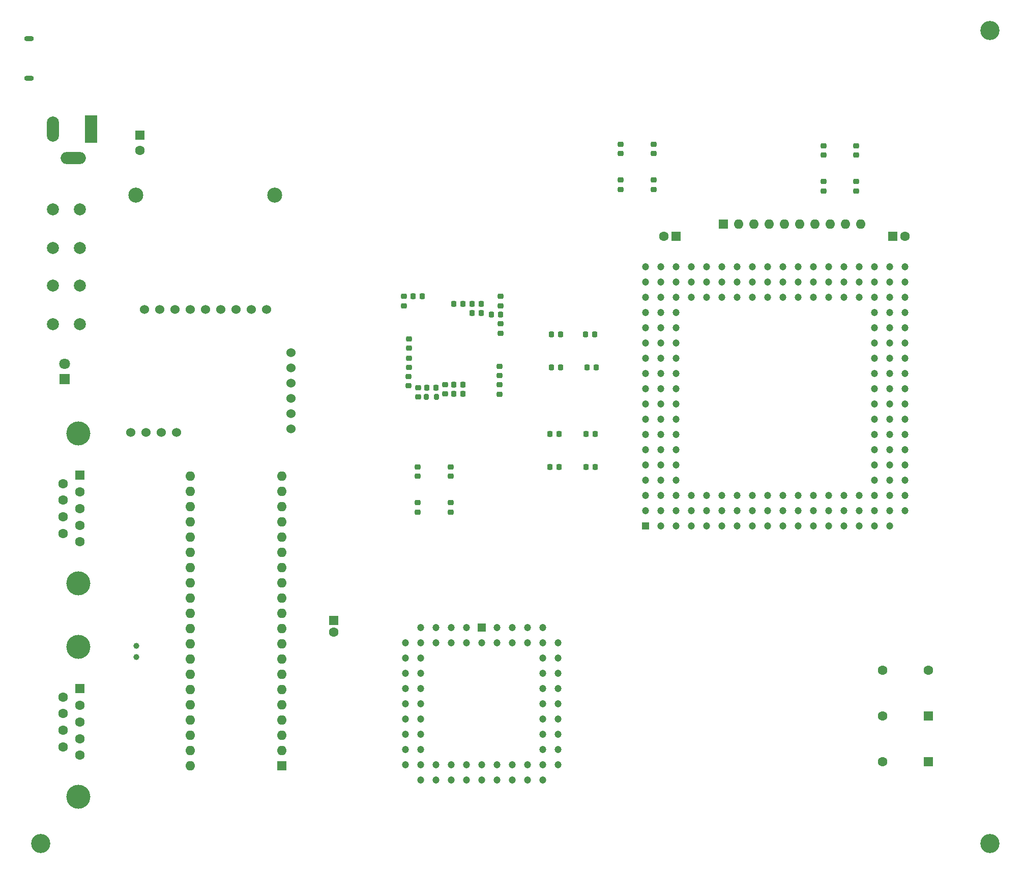
<source format=gbs>
G04 #@! TF.GenerationSoftware,KiCad,Pcbnew,7.0.10*
G04 #@! TF.CreationDate,2024-03-15T17:14:54-07:00*
G04 #@! TF.ProjectId,testboard,74657374-626f-4617-9264-2e6b69636164,rev?*
G04 #@! TF.SameCoordinates,Original*
G04 #@! TF.FileFunction,Soldermask,Bot*
G04 #@! TF.FilePolarity,Negative*
%FSLAX46Y46*%
G04 Gerber Fmt 4.6, Leading zero omitted, Abs format (unit mm)*
G04 Created by KiCad (PCBNEW 7.0.10) date 2024-03-15 17:14:54*
%MOMM*%
%LPD*%
G01*
G04 APERTURE LIST*
G04 Aperture macros list*
%AMRoundRect*
0 Rectangle with rounded corners*
0 $1 Rounding radius*
0 $2 $3 $4 $5 $6 $7 $8 $9 X,Y pos of 4 corners*
0 Add a 4 corners polygon primitive as box body*
4,1,4,$2,$3,$4,$5,$6,$7,$8,$9,$2,$3,0*
0 Add four circle primitives for the rounded corners*
1,1,$1+$1,$2,$3*
1,1,$1+$1,$4,$5*
1,1,$1+$1,$6,$7*
1,1,$1+$1,$8,$9*
0 Add four rect primitives between the rounded corners*
20,1,$1+$1,$2,$3,$4,$5,0*
20,1,$1+$1,$4,$5,$6,$7,0*
20,1,$1+$1,$6,$7,$8,$9,0*
20,1,$1+$1,$8,$9,$2,$3,0*%
G04 Aperture macros list end*
%ADD10C,3.200000*%
%ADD11O,1.600000X0.900000*%
%ADD12R,1.200000X1.200000*%
%ADD13C,1.200000*%
%ADD14R,1.600000X1.600000*%
%ADD15C,1.600000*%
%ADD16R,2.000000X4.600000*%
%ADD17O,2.000000X4.200000*%
%ADD18O,4.200000X2.000000*%
%ADD19R,1.422400X1.422400*%
%ADD20C,1.000000*%
%ADD21O,1.600000X1.600000*%
%ADD22C,4.000000*%
%ADD23C,2.000000*%
%ADD24R,1.800000X1.800000*%
%ADD25C,1.800000*%
%ADD26C,2.500000*%
%ADD27C,1.524000*%
%ADD28RoundRect,0.225000X0.250000X-0.225000X0.250000X0.225000X-0.250000X0.225000X-0.250000X-0.225000X0*%
%ADD29RoundRect,0.225000X-0.250000X0.225000X-0.250000X-0.225000X0.250000X-0.225000X0.250000X0.225000X0*%
%ADD30RoundRect,0.225000X0.225000X0.250000X-0.225000X0.250000X-0.225000X-0.250000X0.225000X-0.250000X0*%
%ADD31RoundRect,0.225000X-0.225000X-0.250000X0.225000X-0.250000X0.225000X0.250000X-0.225000X0.250000X0*%
%ADD32RoundRect,0.200000X0.200000X0.275000X-0.200000X0.275000X-0.200000X-0.275000X0.200000X-0.275000X0*%
G04 APERTURE END LIST*
D10*
X186500000Y-21000000D03*
X186500000Y-156500000D03*
X28500000Y-156500000D03*
D11*
X26575000Y-22350000D03*
X26575000Y-28950000D03*
D12*
X129157500Y-103583000D03*
D13*
X129157500Y-101043000D03*
X129157500Y-98503000D03*
X129157500Y-95963000D03*
X129157500Y-93423000D03*
X129157500Y-90883000D03*
X129157500Y-88343000D03*
X129157500Y-85803000D03*
X129157500Y-83263000D03*
X129157500Y-80723000D03*
X129157500Y-78183000D03*
X129157500Y-75643000D03*
X129157500Y-73103000D03*
X129157500Y-70563000D03*
X129157500Y-68023000D03*
X129157500Y-65483000D03*
X129157500Y-62943000D03*
X129157500Y-60403000D03*
X131697500Y-103583000D03*
X131697500Y-101043000D03*
X131697500Y-98503000D03*
X131697500Y-95963000D03*
X131697500Y-93423000D03*
X131697500Y-90883000D03*
X131697500Y-88343000D03*
X131697500Y-85803000D03*
X131697500Y-83263000D03*
X131697500Y-80723000D03*
X131697500Y-78183000D03*
X131697500Y-75643000D03*
X131697500Y-73103000D03*
X131697500Y-70563000D03*
X131697500Y-68023000D03*
X131697500Y-65483000D03*
X131697500Y-62943000D03*
X131697500Y-60403000D03*
X134237500Y-103583000D03*
X134237500Y-101043000D03*
X134237500Y-98503000D03*
X134237500Y-95963000D03*
X134237500Y-93423000D03*
X134237500Y-90883000D03*
X134237500Y-88343000D03*
X134237500Y-85803000D03*
X134237500Y-83263000D03*
X134237500Y-80723000D03*
X134237500Y-78183000D03*
X134237500Y-75643000D03*
X134237500Y-73103000D03*
X134237500Y-70563000D03*
X134237500Y-68023000D03*
X134237500Y-65483000D03*
X134237500Y-62943000D03*
X134237500Y-60403000D03*
X136777500Y-103583000D03*
X136777500Y-101043000D03*
X136777500Y-98503000D03*
X136777500Y-65483000D03*
X136777500Y-62943000D03*
X136777500Y-60403000D03*
X139317500Y-103583000D03*
X139317500Y-101043000D03*
X139317500Y-98503000D03*
X139317500Y-65483000D03*
X139317500Y-62943000D03*
X139317500Y-60403000D03*
X141857500Y-103583000D03*
X141857500Y-101043000D03*
X141857500Y-98503000D03*
X141857500Y-65483000D03*
X141857500Y-62943000D03*
X141857500Y-60403000D03*
X144397500Y-103583000D03*
X144397500Y-101043000D03*
X144397500Y-98503000D03*
X144397500Y-65483000D03*
X144397500Y-62943000D03*
X144397500Y-60403000D03*
X146937500Y-103583000D03*
X146937500Y-101043000D03*
X146937500Y-98503000D03*
X146937500Y-65483000D03*
X146937500Y-62943000D03*
X146937500Y-60403000D03*
X149477500Y-103583000D03*
X149477500Y-101043000D03*
X149477500Y-98503000D03*
X149477500Y-65483000D03*
X149477500Y-62943000D03*
X149477500Y-60403000D03*
X152017500Y-103583000D03*
X152017500Y-101043000D03*
X152017500Y-98503000D03*
X152017500Y-65483000D03*
X152017500Y-62943000D03*
X152017500Y-60403000D03*
X154557500Y-103583000D03*
X154557500Y-101043000D03*
X154557500Y-98503000D03*
X154557500Y-65483000D03*
X154557500Y-62943000D03*
X154557500Y-60403000D03*
X157097500Y-103583000D03*
X157097500Y-101043000D03*
X157097500Y-98503000D03*
X157097500Y-65483000D03*
X157097500Y-62943000D03*
X157097500Y-60403000D03*
X159637500Y-103583000D03*
X159637500Y-101043000D03*
X159637500Y-98503000D03*
X159637500Y-65483000D03*
X159637500Y-62943000D03*
X159637500Y-60403000D03*
X162177500Y-103583000D03*
X162177500Y-101043000D03*
X162177500Y-98503000D03*
X162177500Y-65483000D03*
X162177500Y-62943000D03*
X162177500Y-60403000D03*
X164717500Y-103583000D03*
X164717500Y-101043000D03*
X164717500Y-98503000D03*
X164717500Y-65483000D03*
X164717500Y-62943000D03*
X164717500Y-60403000D03*
X167257500Y-103583000D03*
X167257500Y-101043000D03*
X167257500Y-98503000D03*
X167257500Y-95963000D03*
X167257500Y-93423000D03*
X167257500Y-90883000D03*
X167257500Y-88343000D03*
X167257500Y-85803000D03*
X167257500Y-83263000D03*
X167257500Y-80723000D03*
X167257500Y-78183000D03*
X167257500Y-75643000D03*
X167257500Y-73103000D03*
X167257500Y-70563000D03*
X167257500Y-68023000D03*
X167257500Y-65483000D03*
X167257500Y-62943000D03*
X167257500Y-60403000D03*
X169797500Y-103583000D03*
X169797500Y-101043000D03*
X169797500Y-98503000D03*
X169797500Y-95963000D03*
X169797500Y-93423000D03*
X169797500Y-90883000D03*
X169797500Y-88343000D03*
X169797500Y-85803000D03*
X169797500Y-83263000D03*
X169797500Y-80723000D03*
X169797500Y-78183000D03*
X169797500Y-75643000D03*
X169797500Y-73103000D03*
X169797500Y-70563000D03*
X169797500Y-68023000D03*
X169797500Y-65483000D03*
X169797500Y-62943000D03*
X169797500Y-60403000D03*
X172337500Y-101043000D03*
X172337500Y-98503000D03*
X172337500Y-95963000D03*
X172337500Y-93423000D03*
X172337500Y-90883000D03*
X172337500Y-88343000D03*
X172337500Y-85803000D03*
X172337500Y-83263000D03*
X172337500Y-80723000D03*
X172337500Y-78183000D03*
X172337500Y-75643000D03*
X172337500Y-73103000D03*
X172337500Y-70563000D03*
X172337500Y-68023000D03*
X172337500Y-65483000D03*
X172337500Y-62943000D03*
X172337500Y-60403000D03*
D14*
X77250000Y-119294900D03*
D15*
X77250000Y-121294900D03*
D16*
X36830000Y-37450000D03*
D17*
X30530000Y-37450000D03*
D18*
X33930000Y-42250000D03*
D19*
X101900000Y-120480000D03*
D13*
X101900000Y-123020000D03*
X99360000Y-120480000D03*
X99360000Y-123020000D03*
X96820000Y-120480000D03*
X96820000Y-123020000D03*
X94280000Y-120480000D03*
X94280000Y-123020000D03*
X91740000Y-120480000D03*
X89200000Y-123020000D03*
X91740000Y-123020000D03*
X89200000Y-125560000D03*
X91740000Y-125560000D03*
X89200000Y-128100000D03*
X91740000Y-128100000D03*
X89200000Y-130640000D03*
X91740000Y-130640000D03*
X89200000Y-133180000D03*
X91740000Y-133180000D03*
X89200000Y-135720000D03*
X91740000Y-135720000D03*
X89200000Y-138260000D03*
X91740000Y-138260000D03*
X89200000Y-140800000D03*
X91740000Y-140800000D03*
X89200000Y-143340000D03*
X91740000Y-145880000D03*
X91740000Y-143340000D03*
X94280000Y-145880000D03*
X94280000Y-143340000D03*
X96820000Y-145880000D03*
X96820000Y-143340000D03*
X99360000Y-145880000D03*
X99360000Y-143340000D03*
X101900000Y-145880000D03*
X101900000Y-143340000D03*
X104440000Y-145880000D03*
X104440000Y-143340000D03*
X106980000Y-145880000D03*
X106980000Y-143340000D03*
X109520000Y-145880000D03*
X109520000Y-143340000D03*
X112060000Y-145880000D03*
X114600000Y-143340000D03*
X112060000Y-143340000D03*
X114600000Y-140800000D03*
X112060000Y-140800000D03*
X114600000Y-138260000D03*
X112060000Y-138260000D03*
X114600000Y-135720000D03*
X112060000Y-135720000D03*
X114600000Y-133180000D03*
X112060000Y-133180000D03*
X114600000Y-130640000D03*
X112060000Y-130640000D03*
X114600000Y-128100000D03*
X112060000Y-128100000D03*
X114600000Y-125560000D03*
X112060000Y-125560000D03*
X114600000Y-123020000D03*
X112060000Y-120480000D03*
X112060000Y-123020000D03*
X109520000Y-120480000D03*
X109520000Y-123020000D03*
X106980000Y-120480000D03*
X106980000Y-123020000D03*
X104440000Y-120480000D03*
X104440000Y-123020000D03*
D14*
X170337500Y-55323000D03*
D15*
X172337500Y-55323000D03*
D20*
X44390000Y-123540000D03*
X44390000Y-125440000D03*
D14*
X68580000Y-143510000D03*
D21*
X68580000Y-140970000D03*
X68580000Y-138430000D03*
X68580000Y-135890000D03*
X68580000Y-133350000D03*
X68580000Y-130810000D03*
X68580000Y-128270000D03*
X68580000Y-125730000D03*
X68580000Y-123190000D03*
X68580000Y-120650000D03*
X68580000Y-118110000D03*
X68580000Y-115570000D03*
X68580000Y-113030000D03*
X68580000Y-110490000D03*
X68580000Y-107950000D03*
X68580000Y-105410000D03*
X68580000Y-102870000D03*
X68580000Y-100330000D03*
X68580000Y-97790000D03*
X68580000Y-95250000D03*
X53340000Y-95250000D03*
X53340000Y-97790000D03*
X53340000Y-100330000D03*
X53340000Y-102870000D03*
X53340000Y-105410000D03*
X53340000Y-107950000D03*
X53340000Y-110490000D03*
X53340000Y-113030000D03*
X53340000Y-115570000D03*
X53340000Y-118110000D03*
X53340000Y-120650000D03*
X53340000Y-123190000D03*
X53340000Y-125730000D03*
X53340000Y-128270000D03*
X53340000Y-130810000D03*
X53340000Y-133350000D03*
X53340000Y-135890000D03*
X53340000Y-138430000D03*
X53340000Y-140970000D03*
X53340000Y-143510000D03*
D22*
X34750000Y-123735000D03*
X34750000Y-148735000D03*
D14*
X35050000Y-130695000D03*
D15*
X35050000Y-133465000D03*
X35050000Y-136235000D03*
X35050000Y-139005000D03*
X35050000Y-141775000D03*
X32210000Y-132080000D03*
X32210000Y-134850000D03*
X32210000Y-137620000D03*
X32210000Y-140390000D03*
D14*
X142082600Y-53291000D03*
D21*
X144622600Y-53291000D03*
X147162600Y-53291000D03*
X149702600Y-53291000D03*
X152242600Y-53291000D03*
X154782600Y-53291000D03*
X157322600Y-53291000D03*
X159862600Y-53291000D03*
X162402600Y-53291000D03*
X164942600Y-53291000D03*
D23*
X30480000Y-70000000D03*
X30480000Y-63500000D03*
X34980000Y-70000000D03*
X34980000Y-63500000D03*
D24*
X32500000Y-79075000D03*
D25*
X32500000Y-76535000D03*
D23*
X30480000Y-57300000D03*
X30480000Y-50800000D03*
X34980000Y-57300000D03*
X34980000Y-50800000D03*
D26*
X44353000Y-48450000D03*
X67467000Y-48450000D03*
D27*
X45750000Y-67500000D03*
X48290000Y-67500000D03*
X50830000Y-67500000D03*
X53370000Y-67500000D03*
X55910000Y-67500000D03*
X58450000Y-67500000D03*
X60990000Y-67500000D03*
X63530000Y-67500000D03*
X66070000Y-67500000D03*
X70170000Y-74665000D03*
X70170000Y-77205000D03*
X70170000Y-79745000D03*
X70170000Y-82285000D03*
X70170000Y-84825000D03*
X70170000Y-87365000D03*
X43500000Y-88000000D03*
X46040000Y-88000000D03*
X48580000Y-88000000D03*
X51120000Y-88000000D03*
D22*
X34750000Y-88175000D03*
X34750000Y-113175000D03*
D14*
X35050000Y-95135000D03*
D15*
X35050000Y-97905000D03*
X35050000Y-100675000D03*
X35050000Y-103445000D03*
X35050000Y-106215000D03*
X32210000Y-96520000D03*
X32210000Y-99290000D03*
X32210000Y-102060000D03*
X32210000Y-104830000D03*
D14*
X134237500Y-55323000D03*
D15*
X132237500Y-55323000D03*
D14*
X176220000Y-142840000D03*
D15*
X168600000Y-142840000D03*
D14*
X45000000Y-38500000D03*
D15*
X45000000Y-41000000D03*
D14*
X176220000Y-135220000D03*
D15*
X176220000Y-127600000D03*
X168600000Y-127600000D03*
X168600000Y-135220000D03*
D28*
X95800000Y-81575000D03*
X95800000Y-80025000D03*
X91250000Y-101250000D03*
X91250000Y-99700000D03*
X158750000Y-47750000D03*
X158750000Y-46200000D03*
D29*
X105000000Y-65325000D03*
X105000000Y-66875000D03*
X91250000Y-93750000D03*
X91250000Y-95300000D03*
D28*
X96750000Y-101250000D03*
X96750000Y-99700000D03*
X164250000Y-47750000D03*
X164250000Y-46200000D03*
X89800000Y-73978000D03*
X89800000Y-72428000D03*
D29*
X88947500Y-65342000D03*
X88947500Y-66892000D03*
D30*
X120800000Y-93750000D03*
X119250000Y-93750000D03*
D29*
X96750000Y-93750000D03*
X96750000Y-95300000D03*
D31*
X97250000Y-66601000D03*
X98800000Y-66601000D03*
D29*
X164250000Y-40250000D03*
X164250000Y-41800000D03*
D31*
X97250000Y-81575000D03*
X98800000Y-81575000D03*
D29*
X130500000Y-40000000D03*
X130500000Y-41550000D03*
D31*
X113250000Y-93750000D03*
X114800000Y-93750000D03*
D30*
X101850000Y-68125000D03*
X100300000Y-68125000D03*
D31*
X90471500Y-65342000D03*
X92021500Y-65342000D03*
D29*
X104900000Y-80075000D03*
X104900000Y-81625000D03*
D31*
X113250000Y-88250000D03*
X114800000Y-88250000D03*
D28*
X104900000Y-78551000D03*
X104900000Y-77001000D03*
D29*
X105015500Y-69914000D03*
X105015500Y-71464000D03*
D31*
X113475000Y-71625000D03*
X115025000Y-71625000D03*
D29*
X158750000Y-40250000D03*
X158750000Y-41800000D03*
D30*
X105015500Y-68390000D03*
X103465500Y-68390000D03*
D31*
X97250000Y-80075000D03*
X98800000Y-80075000D03*
D30*
X94300000Y-80582000D03*
X92750000Y-80582000D03*
D28*
X89800000Y-77175000D03*
X89800000Y-75625000D03*
X91300000Y-82106000D03*
X91300000Y-80556000D03*
D30*
X120800000Y-88250000D03*
X119250000Y-88250000D03*
X101850000Y-66601000D03*
X100300000Y-66601000D03*
D29*
X125000000Y-40000000D03*
X125000000Y-41550000D03*
D31*
X113475000Y-77125000D03*
X115025000Y-77125000D03*
D28*
X130500000Y-47500000D03*
X130500000Y-45950000D03*
D32*
X94350000Y-82106000D03*
X92700000Y-82106000D03*
D29*
X89700000Y-78675000D03*
X89700000Y-80225000D03*
D30*
X120975000Y-77125000D03*
X119425000Y-77125000D03*
X120725000Y-71625000D03*
X119175000Y-71625000D03*
D28*
X125000000Y-47500000D03*
X125000000Y-45950000D03*
M02*

</source>
